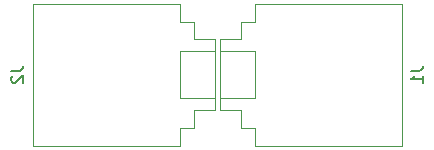
<source format=gbr>
%TF.GenerationSoftware,KiCad,Pcbnew,6.0.9-8da3e8f707~117~ubuntu20.04.1*%
%TF.CreationDate,2022-12-05T03:41:19+01:00*%
%TF.ProjectId,Europe-ergo,4575726f-7065-42d6-9572-676f2e6b6963,rev?*%
%TF.SameCoordinates,Original*%
%TF.FileFunction,Legend,Bot*%
%TF.FilePolarity,Positive*%
%FSLAX46Y46*%
G04 Gerber Fmt 4.6, Leading zero omitted, Abs format (unit mm)*
G04 Created by KiCad (PCBNEW 6.0.9-8da3e8f707~117~ubuntu20.04.1) date 2022-12-05 03:41:19*
%MOMM*%
%LPD*%
G01*
G04 APERTURE LIST*
%ADD10C,0.150000*%
%ADD11C,0.120000*%
%ADD12R,1.600000X1.600000*%
%ADD13O,1.600000X1.600000*%
%ADD14C,7.500000*%
%ADD15C,1.700000*%
%ADD16C,4.000000*%
%ADD17C,2.200000*%
%ADD18R,1.500000X1.500000*%
%ADD19O,1.500000X1.500000*%
%ADD20C,1.400000*%
%ADD21O,1.400000X1.400000*%
%ADD22R,1.800000X1.800000*%
%ADD23O,1.800000X1.800000*%
%ADD24O,1.700000X1.700000*%
%ADD25R,1.700000X1.700000*%
%ADD26C,1.200000*%
G04 APERTURE END LIST*
D10*
%TO.C,J1*%
X326906380Y-90166666D02*
X327620666Y-90166666D01*
X327763523Y-90119047D01*
X327858761Y-90023809D01*
X327906380Y-89880952D01*
X327906380Y-89785714D01*
X327906380Y-91166666D02*
X327906380Y-90595238D01*
X327906380Y-90880952D02*
X326906380Y-90880952D01*
X327049238Y-90785714D01*
X327144476Y-90690476D01*
X327192095Y-90595238D01*
%TO.C,J2*%
X293078380Y-90166666D02*
X293792666Y-90166666D01*
X293935523Y-90119047D01*
X294030761Y-90023809D01*
X294078380Y-89880952D01*
X294078380Y-89785714D01*
X293173619Y-90595238D02*
X293126000Y-90642857D01*
X293078380Y-90738095D01*
X293078380Y-90976190D01*
X293126000Y-91071428D01*
X293173619Y-91119047D01*
X293268857Y-91166666D01*
X293364095Y-91166666D01*
X293506952Y-91119047D01*
X294078380Y-90547619D01*
X294078380Y-91166666D01*
D11*
%TO.C,J1*%
X312540000Y-86000000D02*
X312540000Y-87500000D01*
X312540000Y-93500000D02*
X312540000Y-95000000D01*
X313740000Y-96500000D02*
X326184000Y-96500000D01*
X312540000Y-95000000D02*
X313740000Y-95000000D01*
X310740000Y-88500000D02*
X313740000Y-88500000D01*
X326184000Y-84500000D02*
X313740000Y-84500000D01*
X313740000Y-86000000D02*
X312540000Y-86000000D01*
X310740000Y-93500000D02*
X312540000Y-93500000D01*
X313740000Y-95000000D02*
X313740000Y-96500000D01*
X310740000Y-87500000D02*
X310740000Y-93500000D01*
X313740000Y-88500000D02*
X313740000Y-92500000D01*
X326184000Y-96500000D02*
X326184000Y-84500000D01*
X313740000Y-92500000D02*
X310740000Y-92500000D01*
X312540000Y-87500000D02*
X310740000Y-87500000D01*
X313740000Y-84500000D02*
X313740000Y-86000000D01*
%TO.C,J2*%
X310340000Y-92500000D02*
X307340000Y-92500000D01*
X308540000Y-86000000D02*
X307340000Y-86000000D01*
X310340000Y-87500000D02*
X308540000Y-87500000D01*
X307340000Y-84500000D02*
X294896000Y-84500000D01*
X294896000Y-84500000D02*
X294896000Y-96500000D01*
X308540000Y-87500000D02*
X308540000Y-86000000D01*
X307340000Y-86000000D02*
X307340000Y-84500000D01*
X310340000Y-93500000D02*
X310340000Y-87500000D01*
X307340000Y-92500000D02*
X307340000Y-88500000D01*
X307340000Y-95000000D02*
X308540000Y-95000000D01*
X307340000Y-88500000D02*
X310340000Y-88500000D01*
X294896000Y-96500000D02*
X307340000Y-96500000D01*
X307340000Y-96500000D02*
X307340000Y-95000000D01*
X308540000Y-93500000D02*
X310340000Y-93500000D01*
X308540000Y-95000000D02*
X308540000Y-93500000D01*
%TD*%
%LPC*%
D12*
%TO.C,D23*%
X431000000Y-181000000D03*
D13*
X438620000Y-181000000D03*
%TD*%
D12*
%TO.C,D91*%
X136000000Y-212000000D03*
D13*
X143620000Y-212000000D03*
%TD*%
D12*
%TO.C,D61*%
X267380000Y-216000000D03*
D13*
X275000000Y-216000000D03*
%TD*%
D14*
%TO.C,H15*%
X302750000Y-32600000D03*
%TD*%
D12*
%TO.C,D90*%
X165000000Y-88000000D03*
D13*
X172620000Y-88000000D03*
%TD*%
D12*
%TO.C,D79*%
X183380000Y-111000000D03*
D13*
X191000000Y-111000000D03*
%TD*%
D15*
%TO.C,SW43*%
X338900000Y-142780000D03*
D16*
X338900000Y-137700000D03*
D15*
X338900000Y-132620000D03*
D17*
X333820000Y-135160000D03*
X336360000Y-141510000D03*
%TD*%
D16*
%TO.C,SW89*%
X140000000Y-177900000D03*
D15*
X145080000Y-177900000D03*
X134920000Y-177900000D03*
D17*
X142540000Y-172820000D03*
X136190000Y-175360000D03*
%TD*%
D16*
%TO.C,SW3*%
X510380000Y-130540000D03*
D15*
X505300000Y-130540000D03*
X515460000Y-130540000D03*
D17*
X512920000Y-125460000D03*
X506570000Y-128000000D03*
%TD*%
D12*
%TO.C,D44*%
X350000000Y-215000000D03*
D13*
X357620000Y-215000000D03*
%TD*%
D12*
%TO.C,D47*%
X329000000Y-227000000D03*
D13*
X336620000Y-227000000D03*
%TD*%
D14*
%TO.C,H3*%
X526300000Y-32600000D03*
%TD*%
D18*
%TO.C,D51*%
X509180000Y-50440000D03*
D19*
X511720000Y-50440000D03*
%TD*%
D15*
%TO.C,SW21*%
X439360000Y-123540000D03*
D16*
X434280000Y-123540000D03*
D15*
X429200000Y-123540000D03*
D17*
X436820000Y-118460000D03*
X430470000Y-121000000D03*
%TD*%
D15*
%TO.C,SW28*%
X415360000Y-173440000D03*
D16*
X410280000Y-173440000D03*
D15*
X405200000Y-173440000D03*
D17*
X412820000Y-168360000D03*
X406470000Y-170900000D03*
%TD*%
D12*
%TO.C,D26*%
X407000000Y-136000000D03*
D13*
X414620000Y-136000000D03*
%TD*%
D12*
%TO.C,D95*%
X136000000Y-188000000D03*
D13*
X143620000Y-188000000D03*
%TD*%
D15*
%TO.C,SW80*%
X158720000Y-197100000D03*
X168880000Y-197100000D03*
D16*
X163800000Y-197100000D03*
D17*
X166340000Y-192020000D03*
X159990000Y-194560000D03*
%TD*%
D12*
%TO.C,D43*%
X336000000Y-148000000D03*
D13*
X343620000Y-148000000D03*
%TD*%
D15*
%TO.C,SW5*%
X505200000Y-154440000D03*
X515360000Y-154440000D03*
D16*
X510280000Y-154440000D03*
D17*
X512820000Y-149360000D03*
X506470000Y-151900000D03*
%TD*%
D20*
%TO.C,R10*%
X136920000Y-56000000D03*
D21*
X142000000Y-56000000D03*
%TD*%
D16*
%TO.C,SW9*%
X481880000Y-130640000D03*
D15*
X486960000Y-130640000D03*
X476800000Y-130640000D03*
D17*
X484420000Y-125560000D03*
X478070000Y-128100000D03*
%TD*%
D14*
%TO.C,H11*%
X92100000Y-255900000D03*
%TD*%
D15*
%TO.C,SW35*%
X382919405Y-211220009D03*
X374120586Y-216300009D03*
D16*
X378519995Y-213760009D03*
D17*
X378179700Y-208090600D03*
X373950439Y-213465305D03*
%TD*%
D16*
%TO.C,SW34*%
X386580000Y-175540000D03*
D15*
X381500000Y-175540000D03*
X391660000Y-175540000D03*
D17*
X389120000Y-170460000D03*
X382770000Y-173000000D03*
%TD*%
D14*
%TO.C,H9*%
X92200000Y-34100000D03*
%TD*%
D20*
%TO.C,R11*%
X298460000Y-82500000D03*
D21*
X303540000Y-82500000D03*
%TD*%
D16*
%TO.C,SW53*%
X282820000Y-137460000D03*
D15*
X282820000Y-132380000D03*
X282820000Y-142540000D03*
D17*
X277740000Y-134920000D03*
X280280000Y-141270000D03*
%TD*%
D12*
%TO.C,D93*%
X136000000Y-142000000D03*
D13*
X143620000Y-142000000D03*
%TD*%
D15*
%TO.C,SW11*%
X476500000Y-154340000D03*
D16*
X481580000Y-154340000D03*
D15*
X486660000Y-154340000D03*
D17*
X484120000Y-149260000D03*
X477770000Y-151800000D03*
%TD*%
D20*
%TO.C,R8*%
X171000000Y-56000000D03*
D21*
X165920000Y-56000000D03*
%TD*%
D12*
%TO.C,D88*%
X160190000Y-138000000D03*
D13*
X167810000Y-138000000D03*
%TD*%
D16*
%TO.C,SW7*%
X481780000Y-75740000D03*
D15*
X476700000Y-75740000D03*
X486860000Y-75740000D03*
D17*
X484320000Y-70660000D03*
X477970000Y-73200000D03*
%TD*%
D15*
%TO.C,SW58*%
X264080000Y-128000000D03*
X253920000Y-128000000D03*
D16*
X259000000Y-128000000D03*
D17*
X261540000Y-122920000D03*
X255190000Y-125460000D03*
%TD*%
D15*
%TO.C,SW76*%
X182520000Y-123200000D03*
D16*
X187600000Y-123200000D03*
D15*
X192680000Y-123200000D03*
D17*
X190140000Y-118120000D03*
X183790000Y-120660000D03*
%TD*%
D14*
%TO.C,H8*%
X422950000Y-257350000D03*
%TD*%
D12*
%TO.C,D35*%
X383380000Y-186000000D03*
D13*
X391000000Y-186000000D03*
%TD*%
D12*
%TO.C,D83*%
X184000000Y-205000000D03*
D13*
X191620000Y-205000000D03*
%TD*%
D12*
%TO.C,D66*%
X280000000Y-87000000D03*
D13*
X287620000Y-87000000D03*
%TD*%
D16*
%TO.C,SW20*%
X433980000Y-99740000D03*
D15*
X428900000Y-99740000D03*
X439060000Y-99740000D03*
D17*
X436520000Y-94660000D03*
X430170000Y-97200000D03*
%TD*%
D12*
%TO.C,D81*%
X184000000Y-159000000D03*
D13*
X191620000Y-159000000D03*
%TD*%
D15*
%TO.C,SW29*%
X415560000Y-149740000D03*
D16*
X410480000Y-149740000D03*
D15*
X405400000Y-149740000D03*
D17*
X413020000Y-144660000D03*
X406670000Y-147200000D03*
%TD*%
D16*
%TO.C,SW17*%
X458080000Y-149640000D03*
D15*
X463160000Y-149640000D03*
X453000000Y-149640000D03*
D17*
X460620000Y-144560000D03*
X454270000Y-147100000D03*
%TD*%
D12*
%TO.C,D86*%
X160000000Y-207000000D03*
D13*
X167620000Y-207000000D03*
%TD*%
D15*
%TO.C,SW74*%
X192580000Y-194800000D03*
X182420000Y-194800000D03*
D16*
X187500000Y-194800000D03*
D17*
X190040000Y-189720000D03*
X183690000Y-192260000D03*
%TD*%
D14*
%TO.C,H1*%
X526300000Y-257350000D03*
%TD*%
D15*
%TO.C,SW66*%
X259180000Y-75800000D03*
D16*
X254100000Y-75800000D03*
D15*
X249020000Y-75800000D03*
D17*
X256640000Y-70720000D03*
X250290000Y-73260000D03*
%TD*%
D12*
%TO.C,D40*%
X359000000Y-139000000D03*
D13*
X366620000Y-139000000D03*
%TD*%
D15*
%TO.C,SW85*%
X135220000Y-154200000D03*
D16*
X140300000Y-154200000D03*
D15*
X145380000Y-154200000D03*
D17*
X142840000Y-149120000D03*
X136490000Y-151660000D03*
%TD*%
D12*
%TO.C,D62*%
X256000000Y-140000000D03*
D13*
X263620000Y-140000000D03*
%TD*%
D16*
%TO.C,SW15*%
X457980000Y-128140000D03*
D15*
X452900000Y-128140000D03*
X463060000Y-128140000D03*
D17*
X460520000Y-123060000D03*
X454170000Y-125600000D03*
%TD*%
D12*
%TO.C,D92*%
X137000000Y-118000000D03*
D13*
X144620000Y-118000000D03*
%TD*%
D12*
%TO.C,D82*%
X184000000Y-181000000D03*
D13*
X191620000Y-181000000D03*
%TD*%
D20*
%TO.C,R1*%
X421920000Y-54000000D03*
D21*
X427000000Y-54000000D03*
%TD*%
D15*
%TO.C,SW6*%
X510560000Y-202240000D03*
D16*
X505480000Y-202240000D03*
D15*
X500400000Y-202240000D03*
D17*
X508020000Y-197160000D03*
X501670000Y-199700000D03*
%TD*%
D12*
%TO.C,D56*%
X286000000Y-226000000D03*
D13*
X293620000Y-226000000D03*
%TD*%
D12*
%TO.C,D73*%
X208000000Y-113000000D03*
D13*
X215620000Y-113000000D03*
%TD*%
D16*
%TO.C,SW27*%
X410480000Y-125740000D03*
D15*
X405400000Y-125740000D03*
X415560000Y-125740000D03*
D17*
X413020000Y-120660000D03*
X406670000Y-123200000D03*
%TD*%
D12*
%TO.C,D42*%
X335000000Y-115000000D03*
D13*
X342620000Y-115000000D03*
%TD*%
D15*
%TO.C,SW88*%
X144980000Y-130500000D03*
D16*
X139900000Y-130500000D03*
D15*
X134820000Y-130500000D03*
D17*
X142440000Y-125420000D03*
X136090000Y-127960000D03*
%TD*%
D16*
%TO.C,SW62*%
X235100000Y-104100000D03*
D15*
X240180000Y-104100000D03*
X230020000Y-104100000D03*
D17*
X237640000Y-99020000D03*
X231290000Y-101560000D03*
%TD*%
D15*
%TO.C,SW87*%
X134920000Y-106800000D03*
X145080000Y-106800000D03*
D16*
X140000000Y-106800000D03*
D17*
X142540000Y-101720000D03*
X136190000Y-104260000D03*
%TD*%
D15*
%TO.C,SW48*%
X393460000Y-53000000D03*
X398540000Y-53000000D03*
%TD*%
D12*
%TO.C,D98*%
X108000000Y-165000000D03*
D13*
X115620000Y-165000000D03*
%TD*%
D15*
%TO.C,SW4*%
X505500000Y-178140000D03*
X515660000Y-178140000D03*
D16*
X510580000Y-178140000D03*
D17*
X513120000Y-173060000D03*
X506770000Y-175600000D03*
%TD*%
D16*
%TO.C,SW93*%
X111400000Y-106600000D03*
D15*
X106320000Y-106600000D03*
X116480000Y-106600000D03*
D17*
X113940000Y-101520000D03*
X107590000Y-104060000D03*
%TD*%
D12*
%TO.C,D10*%
X478380000Y-165000000D03*
D13*
X486000000Y-165000000D03*
%TD*%
D16*
%TO.C,SW90*%
X139800000Y-75700000D03*
D15*
X134720000Y-75700000D03*
X144880000Y-75700000D03*
D17*
X142340000Y-70620000D03*
X135990000Y-73160000D03*
%TD*%
D12*
%TO.C,D70*%
X231380000Y-163000000D03*
D13*
X239000000Y-163000000D03*
%TD*%
D12*
%TO.C,D39*%
X359380000Y-186000000D03*
D13*
X367000000Y-186000000D03*
%TD*%
D15*
%TO.C,SW39*%
X357800000Y-128240000D03*
X367960000Y-128240000D03*
D16*
X362880000Y-128240000D03*
D17*
X365420000Y-123160000D03*
X359070000Y-125700000D03*
%TD*%
D12*
%TO.C,D69*%
X232000000Y-139000000D03*
D13*
X239620000Y-139000000D03*
%TD*%
D12*
%TO.C,D100*%
X108000000Y-118000000D03*
D13*
X115620000Y-118000000D03*
%TD*%
D12*
%TO.C,D99*%
X108000000Y-188000000D03*
D13*
X115620000Y-188000000D03*
%TD*%
D20*
%TO.C,R4*%
X486080000Y-54000000D03*
D21*
X481000000Y-54000000D03*
%TD*%
D12*
%TO.C,D80*%
X183810000Y-135000000D03*
D13*
X191430000Y-135000000D03*
%TD*%
D15*
%TO.C,SW31*%
X362300000Y-75740000D03*
X372460000Y-75740000D03*
D16*
X367380000Y-75740000D03*
D17*
X369920000Y-70660000D03*
X363570000Y-73200000D03*
%TD*%
D12*
%TO.C,D2*%
X507380000Y-117000000D03*
D13*
X515000000Y-117000000D03*
%TD*%
D15*
%TO.C,SW81*%
X169080000Y-102000000D03*
X158920000Y-102000000D03*
D16*
X164000000Y-102000000D03*
D17*
X166540000Y-96920000D03*
X160190000Y-99460000D03*
%TD*%
D14*
%TO.C,H5*%
X318450000Y-32650000D03*
%TD*%
D12*
%TO.C,D41*%
X358380000Y-162000000D03*
D13*
X366000000Y-162000000D03*
%TD*%
D12*
%TO.C,D34*%
X383380000Y-162000000D03*
D13*
X391000000Y-162000000D03*
%TD*%
D12*
%TO.C,D24*%
X430380000Y-205000000D03*
D13*
X438000000Y-205000000D03*
%TD*%
D16*
%TO.C,SW54*%
X283040000Y-170720000D03*
D15*
X283040000Y-165640000D03*
X283040000Y-175800000D03*
D17*
X277960000Y-168180000D03*
X280500000Y-174530000D03*
%TD*%
D12*
%TO.C,D58*%
X278380000Y-182000000D03*
D13*
X286000000Y-182000000D03*
%TD*%
D12*
%TO.C,D16*%
X455000000Y-184000000D03*
D13*
X462620000Y-184000000D03*
%TD*%
D15*
%TO.C,SW19*%
X429600000Y-75860000D03*
X419440000Y-75860000D03*
D16*
X424520000Y-75860000D03*
D17*
X427060000Y-70780000D03*
X420710000Y-73320000D03*
%TD*%
D12*
%TO.C,D27*%
X406380000Y-112000000D03*
D13*
X414000000Y-112000000D03*
%TD*%
D20*
%TO.C,R12*%
X107920000Y-56000000D03*
D21*
X113000000Y-56000000D03*
%TD*%
D15*
%TO.C,SW47*%
X332820586Y-240200009D03*
D16*
X337219995Y-237660009D03*
D15*
X341619405Y-235120009D03*
D17*
X336879700Y-231990600D03*
X332650439Y-237365305D03*
%TD*%
D18*
%TO.C,D49*%
X452064700Y-50440000D03*
D19*
X454604700Y-50440000D03*
%TD*%
D16*
%TO.C,SW18*%
X457780000Y-197340000D03*
D15*
X452700000Y-197340000D03*
X462860000Y-197340000D03*
D17*
X460320000Y-192260000D03*
X453970000Y-194800000D03*
%TD*%
D12*
%TO.C,D14*%
X454380000Y-115000000D03*
D13*
X462000000Y-115000000D03*
%TD*%
D15*
%TO.C,SW96*%
X116280000Y-75600000D03*
D16*
X111200000Y-75600000D03*
D15*
X106120000Y-75600000D03*
D17*
X113740000Y-70520000D03*
X107390000Y-73060000D03*
%TD*%
D14*
%TO.C,H4*%
X423000000Y-32650000D03*
%TD*%
D16*
%TO.C,SW67*%
X211200000Y-149500000D03*
D15*
X206120000Y-149500000D03*
X216280000Y-149500000D03*
D17*
X213740000Y-144420000D03*
X207390000Y-146960000D03*
%TD*%
D15*
%TO.C,SW41*%
X357500000Y-152040000D03*
D16*
X362580000Y-152040000D03*
D15*
X367660000Y-152040000D03*
D17*
X365120000Y-146960000D03*
X358770000Y-149500000D03*
%TD*%
D12*
%TO.C,D4*%
X507000000Y-165000000D03*
D13*
X514620000Y-165000000D03*
%TD*%
D15*
%TO.C,SW46*%
X341420586Y-207569409D03*
X350219405Y-202489409D03*
D16*
X345819995Y-205029409D03*
D17*
X345479700Y-199360000D03*
X341250439Y-204734705D03*
%TD*%
D16*
%TO.C,SW16*%
X458380000Y-173540000D03*
D15*
X463460000Y-173540000D03*
X453300000Y-173540000D03*
D17*
X460920000Y-168460000D03*
X454570000Y-171000000D03*
%TD*%
D12*
%TO.C,D63*%
X255000000Y-163000000D03*
D13*
X262620000Y-163000000D03*
%TD*%
D12*
%TO.C,D33*%
X383000000Y-138000000D03*
D13*
X390620000Y-138000000D03*
%TD*%
D15*
%TO.C,SW22*%
X429060000Y-170960000D03*
X439220000Y-170960000D03*
D16*
X434140000Y-170960000D03*
D17*
X436680000Y-165880000D03*
X430330000Y-168420000D03*
%TD*%
D16*
%TO.C,SW26*%
X410380000Y-102040000D03*
D15*
X405300000Y-102040000D03*
X415460000Y-102040000D03*
D17*
X412920000Y-96960000D03*
X406570000Y-99500000D03*
%TD*%
D12*
%TO.C,D25*%
X393000000Y-86000000D03*
D13*
X400620000Y-86000000D03*
%TD*%
D22*
%TO.C,D54*%
X138100000Y-51200000D03*
D23*
X140640000Y-51200000D03*
%TD*%
D15*
%TO.C,SW12*%
X476500000Y-202140000D03*
D16*
X481580000Y-202140000D03*
D15*
X486660000Y-202140000D03*
D17*
X484120000Y-197060000D03*
X477770000Y-199600000D03*
%TD*%
D15*
%TO.C,SW84*%
X163520000Y-75700000D03*
X173680000Y-75700000D03*
D16*
X168600000Y-75700000D03*
D17*
X171140000Y-70620000D03*
X164790000Y-73160000D03*
%TD*%
D12*
%TO.C,D5*%
X507000000Y-188000000D03*
D13*
X514620000Y-188000000D03*
%TD*%
D12*
%TO.C,D78*%
X221000000Y-87000000D03*
D13*
X228620000Y-87000000D03*
%TD*%
D12*
%TO.C,D96*%
X135380000Y-89000000D03*
D13*
X143000000Y-89000000D03*
%TD*%
D15*
%TO.C,SW60*%
X277720000Y-75700000D03*
D16*
X282800000Y-75700000D03*
D15*
X287880000Y-75700000D03*
D17*
X285340000Y-70620000D03*
X278990000Y-73160000D03*
%TD*%
D15*
%TO.C,SW56*%
X263980000Y-151900000D03*
D16*
X258900000Y-151900000D03*
D15*
X253820000Y-151900000D03*
D17*
X261440000Y-146820000D03*
X255090000Y-149360000D03*
%TD*%
D20*
%TO.C,R6*%
X509460000Y-54000000D03*
D21*
X514540000Y-54000000D03*
%TD*%
D12*
%TO.C,D65*%
X256000000Y-186000000D03*
D13*
X263620000Y-186000000D03*
%TD*%
D12*
%TO.C,D77*%
X208000000Y-137000000D03*
D13*
X215620000Y-137000000D03*
%TD*%
D15*
%TO.C,SW36*%
X381500000Y-151940000D03*
D16*
X386580000Y-151940000D03*
D15*
X391660000Y-151940000D03*
D17*
X389120000Y-146860000D03*
X382770000Y-149400000D03*
%TD*%
D20*
%TO.C,R3*%
X322620000Y-99500000D03*
D21*
X317540000Y-99500000D03*
%TD*%
D14*
%TO.C,H16*%
X301300000Y-255700000D03*
%TD*%
%TO.C,H13*%
X300900000Y-145900000D03*
%TD*%
D12*
%TO.C,D3*%
X507380000Y-140000000D03*
D13*
X515000000Y-140000000D03*
%TD*%
D12*
%TO.C,D72*%
X251000000Y-87000000D03*
D13*
X258620000Y-87000000D03*
%TD*%
D14*
%TO.C,H12*%
X92100000Y-146100000D03*
%TD*%
D12*
%TO.C,D18*%
X454000000Y-207000000D03*
D13*
X461620000Y-207000000D03*
%TD*%
D12*
%TO.C,D28*%
X407380000Y-160000000D03*
D13*
X415000000Y-160000000D03*
%TD*%
D14*
%TO.C,H2*%
X526250000Y-145950000D03*
%TD*%
D12*
%TO.C,D71*%
X231380000Y-186000000D03*
D13*
X239000000Y-186000000D03*
%TD*%
D15*
%TO.C,SW1*%
X515560000Y-75840000D03*
D16*
X510480000Y-75840000D03*
D15*
X505400000Y-75840000D03*
D17*
X513020000Y-70760000D03*
X506670000Y-73300000D03*
%TD*%
D12*
%TO.C,D8*%
X478380000Y-117000000D03*
D13*
X486000000Y-117000000D03*
%TD*%
D16*
%TO.C,SW73*%
X187500000Y-147100000D03*
D15*
X192580000Y-147100000D03*
X182420000Y-147100000D03*
D17*
X190040000Y-142020000D03*
X183690000Y-144560000D03*
%TD*%
D12*
%TO.C,D1*%
X507000000Y-86000000D03*
D13*
X514620000Y-86000000D03*
%TD*%
D12*
%TO.C,D22*%
X430380000Y-157000000D03*
D13*
X438000000Y-157000000D03*
%TD*%
D12*
%TO.C,D46*%
X337380000Y-195000000D03*
D13*
X345000000Y-195000000D03*
%TD*%
D18*
%TO.C,D48*%
X423364700Y-50340000D03*
D19*
X425904700Y-50340000D03*
%TD*%
D15*
%TO.C,SW51*%
X281739405Y-207660009D03*
D16*
X277339995Y-205120009D03*
D15*
X272940586Y-202580009D03*
D17*
X282079700Y-201990600D03*
X275310439Y-201015305D03*
%TD*%
D16*
%TO.C,SW71*%
X211400000Y-173400000D03*
D15*
X206320000Y-173400000D03*
X216480000Y-173400000D03*
D17*
X213940000Y-168320000D03*
X207590000Y-170860000D03*
%TD*%
D15*
%TO.C,SW91*%
X116480000Y-154300000D03*
X106320000Y-154300000D03*
D16*
X111400000Y-154300000D03*
D17*
X113940000Y-149220000D03*
X107590000Y-151760000D03*
%TD*%
D16*
%TO.C,SW69*%
X211500000Y-101900000D03*
D15*
X206420000Y-101900000D03*
X216580000Y-101900000D03*
D17*
X214040000Y-96820000D03*
X207690000Y-99360000D03*
%TD*%
D15*
%TO.C,SW86*%
X134720000Y-201900000D03*
D16*
X139800000Y-201900000D03*
D15*
X144880000Y-201900000D03*
D17*
X142340000Y-196820000D03*
X135990000Y-199360000D03*
%TD*%
D14*
%TO.C,H7*%
X320300000Y-255900000D03*
%TD*%
D12*
%TO.C,D11*%
X478000000Y-188000000D03*
D13*
X485620000Y-188000000D03*
%TD*%
D12*
%TO.C,D89*%
X160000000Y-183000000D03*
D13*
X167620000Y-183000000D03*
%TD*%
D15*
%TO.C,SW32*%
X381400000Y-104440000D03*
D16*
X386480000Y-104440000D03*
D15*
X391560000Y-104440000D03*
D17*
X389020000Y-99360000D03*
X382670000Y-101900000D03*
%TD*%
D22*
%TO.C,D55*%
X109900000Y-50700000D03*
D23*
X112440000Y-50700000D03*
%TD*%
D20*
%TO.C,R2*%
X456000000Y-54000000D03*
D21*
X450920000Y-54000000D03*
%TD*%
D12*
%TO.C,D67*%
X246380000Y-203000000D03*
D13*
X254000000Y-203000000D03*
%TD*%
D20*
%TO.C,R7*%
X199000000Y-56000000D03*
D21*
X193920000Y-56000000D03*
%TD*%
D12*
%TO.C,D21*%
X431380000Y-134000000D03*
D13*
X439000000Y-134000000D03*
%TD*%
D20*
%TO.C,R9*%
X298540000Y-99500000D03*
D21*
X303620000Y-99500000D03*
%TD*%
D16*
%TO.C,SW2*%
X510380000Y-106740000D03*
D15*
X505300000Y-106740000D03*
X515460000Y-106740000D03*
D17*
X512920000Y-101660000D03*
X506570000Y-104200000D03*
%TD*%
D15*
%TO.C,SW10*%
X476600000Y-178040000D03*
X486760000Y-178040000D03*
D16*
X481680000Y-178040000D03*
D17*
X484220000Y-172960000D03*
X477870000Y-175500000D03*
%TD*%
D12*
%TO.C,D97*%
X112000000Y-212000000D03*
D13*
X119620000Y-212000000D03*
%TD*%
D15*
%TO.C,SW77*%
X182420000Y-170800000D03*
D16*
X187500000Y-170800000D03*
D15*
X192580000Y-170800000D03*
D17*
X190040000Y-165720000D03*
X183690000Y-168260000D03*
%TD*%
D15*
%TO.C,SW95*%
X116380000Y-178100000D03*
X106220000Y-178100000D03*
D16*
X111300000Y-178100000D03*
D17*
X113840000Y-173020000D03*
X107490000Y-175560000D03*
%TD*%
D20*
%TO.C,R5*%
X321540000Y-82500000D03*
D21*
X316460000Y-82500000D03*
%TD*%
D15*
%TO.C,SW45*%
X362319405Y-223220009D03*
D16*
X357919995Y-225760009D03*
D15*
X353520586Y-228300009D03*
D17*
X357579700Y-220090600D03*
X353350439Y-225465305D03*
%TD*%
D15*
%TO.C,SW30*%
X405300000Y-197240000D03*
X415460000Y-197240000D03*
D16*
X410380000Y-197240000D03*
D17*
X412920000Y-192160000D03*
X406570000Y-194700000D03*
%TD*%
D19*
%TO.C,U2*%
X300970000Y-55150000D03*
D23*
X304000000Y-55450000D03*
X304000000Y-50000000D03*
D19*
X300970000Y-50300000D03*
D24*
X304130000Y-43835000D03*
X301590000Y-43835000D03*
D25*
X299050000Y-43835000D03*
D24*
X296510000Y-43835000D03*
X293970000Y-43835000D03*
X291430000Y-43835000D03*
X288890000Y-43835000D03*
D25*
X286350000Y-43835000D03*
D24*
X283810000Y-43835000D03*
X281270000Y-43835000D03*
X278730000Y-43835000D03*
X276190000Y-43835000D03*
D25*
X273650000Y-43835000D03*
D24*
X271110000Y-43835000D03*
X268570000Y-43835000D03*
X266030000Y-43835000D03*
X263490000Y-43835000D03*
D25*
X260950000Y-43835000D03*
D24*
X258410000Y-43835000D03*
X255870000Y-43835000D03*
X255870000Y-61615000D03*
X258410000Y-61615000D03*
D25*
X260950000Y-61615000D03*
D24*
X263490000Y-61615000D03*
X266030000Y-61615000D03*
X268570000Y-61615000D03*
X271110000Y-61615000D03*
D25*
X273650000Y-61615000D03*
D24*
X276190000Y-61615000D03*
X278730000Y-61615000D03*
X281270000Y-61615000D03*
X283810000Y-61615000D03*
D25*
X286350000Y-61615000D03*
D24*
X288890000Y-61615000D03*
X291430000Y-61615000D03*
X293970000Y-61615000D03*
X296510000Y-61615000D03*
D25*
X299050000Y-61615000D03*
D24*
X301590000Y-61615000D03*
X304130000Y-61615000D03*
X256100000Y-50185000D03*
D25*
X256100000Y-52725000D03*
D24*
X256100000Y-55265000D03*
%TD*%
D15*
%TO.C,SW55*%
X269939405Y-228260009D03*
X261140586Y-223180009D03*
D16*
X265539995Y-225720009D03*
D17*
X270279700Y-222590600D03*
X263510439Y-221615305D03*
%TD*%
D12*
%TO.C,D75*%
X208000000Y-183000000D03*
D13*
X215620000Y-183000000D03*
%TD*%
D16*
%TO.C,SW78*%
X197200000Y-75600000D03*
D15*
X202280000Y-75600000D03*
X192120000Y-75600000D03*
D17*
X199740000Y-70520000D03*
X193390000Y-73060000D03*
%TD*%
D15*
%TO.C,SW70*%
X206320000Y-125700000D03*
D16*
X211400000Y-125700000D03*
D15*
X216480000Y-125700000D03*
D17*
X213940000Y-120620000D03*
X207590000Y-123160000D03*
%TD*%
D23*
%TO.C,U1*%
X317000000Y-50000000D03*
D19*
X320030000Y-50300000D03*
D23*
X317000000Y-55450000D03*
D19*
X320030000Y-55150000D03*
D24*
X316870000Y-61615000D03*
X319410000Y-61615000D03*
D25*
X321950000Y-61615000D03*
D24*
X324490000Y-61615000D03*
X327030000Y-61615000D03*
X329570000Y-61615000D03*
X332110000Y-61615000D03*
D25*
X334650000Y-61615000D03*
D24*
X337190000Y-61615000D03*
X339730000Y-61615000D03*
X342270000Y-61615000D03*
X344810000Y-61615000D03*
D25*
X347350000Y-61615000D03*
D24*
X349890000Y-61615000D03*
X352430000Y-61615000D03*
X354970000Y-61615000D03*
X357510000Y-61615000D03*
D25*
X360050000Y-61615000D03*
D24*
X362590000Y-61615000D03*
X365130000Y-61615000D03*
X365130000Y-43835000D03*
X362590000Y-43835000D03*
D25*
X360050000Y-43835000D03*
D24*
X357510000Y-43835000D03*
X354970000Y-43835000D03*
X352430000Y-43835000D03*
X349890000Y-43835000D03*
D25*
X347350000Y-43835000D03*
D24*
X344810000Y-43835000D03*
X342270000Y-43835000D03*
X339730000Y-43835000D03*
X337190000Y-43835000D03*
D25*
X334650000Y-43835000D03*
D24*
X332110000Y-43835000D03*
X329570000Y-43835000D03*
X327030000Y-43835000D03*
X324490000Y-43835000D03*
D25*
X321950000Y-43835000D03*
D24*
X319410000Y-43835000D03*
X316870000Y-43835000D03*
X364900000Y-55265000D03*
D25*
X364900000Y-52725000D03*
D24*
X364900000Y-50185000D03*
%TD*%
D15*
%TO.C,SW94*%
X116680000Y-130500000D03*
X106520000Y-130500000D03*
D16*
X111600000Y-130500000D03*
D17*
X114140000Y-125420000D03*
X107790000Y-127960000D03*
%TD*%
D15*
%TO.C,SW79*%
X168980000Y-149500000D03*
D16*
X163900000Y-149500000D03*
D15*
X158820000Y-149500000D03*
D17*
X166440000Y-144420000D03*
X160090000Y-146960000D03*
%TD*%
D15*
%TO.C,SW72*%
X230980000Y-75500000D03*
X220820000Y-75500000D03*
D16*
X225900000Y-75500000D03*
D17*
X228440000Y-70420000D03*
X222090000Y-72960000D03*
%TD*%
D12*
%TO.C,D19*%
X420380000Y-86000000D03*
D13*
X428000000Y-86000000D03*
%TD*%
D12*
%TO.C,D74*%
X207380000Y-161000000D03*
D13*
X215000000Y-161000000D03*
%TD*%
D15*
%TO.C,SW13*%
X448100000Y-75940000D03*
D16*
X453180000Y-75940000D03*
D15*
X458260000Y-75940000D03*
D17*
X455720000Y-70860000D03*
X449370000Y-73400000D03*
%TD*%
D12*
%TO.C,D36*%
X369380000Y-204000000D03*
D13*
X377000000Y-204000000D03*
%TD*%
D12*
%TO.C,D59*%
X278380000Y-148000000D03*
D13*
X286000000Y-148000000D03*
%TD*%
D14*
%TO.C,H14*%
X197500000Y-255900000D03*
%TD*%
D15*
%TO.C,SW8*%
X476600000Y-106840000D03*
D16*
X481680000Y-106840000D03*
D15*
X486760000Y-106840000D03*
D17*
X484220000Y-101760000D03*
X477870000Y-104300000D03*
%TD*%
D12*
%TO.C,D32*%
X383380000Y-115000000D03*
D13*
X391000000Y-115000000D03*
%TD*%
D14*
%TO.C,H6*%
X320000000Y-146000000D03*
%TD*%
D12*
%TO.C,D9*%
X478380000Y-141000000D03*
D13*
X486000000Y-141000000D03*
%TD*%
D15*
%TO.C,SW33*%
X381400000Y-128140000D03*
X391560000Y-128140000D03*
D16*
X386480000Y-128140000D03*
D17*
X389020000Y-123060000D03*
X382670000Y-125600000D03*
%TD*%
D12*
%TO.C,D101*%
X106380000Y-142000000D03*
D13*
X114000000Y-142000000D03*
%TD*%
D12*
%TO.C,D76*%
X208000000Y-207000000D03*
D13*
X215620000Y-207000000D03*
%TD*%
D12*
%TO.C,D84*%
X194000000Y-87000000D03*
D13*
X201620000Y-87000000D03*
%TD*%
D15*
%TO.C,SW68*%
X206420000Y-197200000D03*
X216580000Y-197200000D03*
D16*
X211500000Y-197200000D03*
D17*
X214040000Y-192120000D03*
X207690000Y-194660000D03*
%TD*%
D12*
%TO.C,D37*%
X335000000Y-86000000D03*
D13*
X342620000Y-86000000D03*
%TD*%
D15*
%TO.C,SW49*%
X229000000Y-53000000D03*
X223920000Y-53000000D03*
%TD*%
D12*
%TO.C,D38*%
X359380000Y-115000000D03*
D13*
X367000000Y-115000000D03*
%TD*%
D22*
%TO.C,D52*%
X195200000Y-51200000D03*
D23*
X197740000Y-51200000D03*
%TD*%
D15*
%TO.C,SW37*%
X343660000Y-75840000D03*
X333500000Y-75840000D03*
D16*
X338580000Y-75840000D03*
D17*
X341120000Y-70760000D03*
X334770000Y-73300000D03*
%TD*%
D12*
%TO.C,D60*%
X280000000Y-116000000D03*
D13*
X287620000Y-116000000D03*
%TD*%
D12*
%TO.C,D31*%
X364000000Y-86000000D03*
D13*
X371620000Y-86000000D03*
%TD*%
D16*
%TO.C,SW25*%
X395980000Y-75840000D03*
D15*
X390900000Y-75840000D03*
X401060000Y-75840000D03*
D17*
X398520000Y-70760000D03*
X392170000Y-73300000D03*
%TD*%
D12*
%TO.C,D85*%
X160380000Y-161000000D03*
D13*
X168000000Y-161000000D03*
%TD*%
D12*
%TO.C,D12*%
X478000000Y-213000000D03*
D13*
X485620000Y-213000000D03*
%TD*%
D15*
%TO.C,SW64*%
X229920000Y-175700000D03*
D16*
X235000000Y-175700000D03*
D15*
X240080000Y-175700000D03*
D17*
X237540000Y-170620000D03*
X231190000Y-173160000D03*
%TD*%
D15*
%TO.C,SW38*%
X357600000Y-104240000D03*
X367760000Y-104240000D03*
D16*
X362680000Y-104240000D03*
D17*
X365220000Y-99160000D03*
X358870000Y-101700000D03*
%TD*%
D15*
%TO.C,SW52*%
X287880000Y-104200000D03*
X277720000Y-104200000D03*
D16*
X282800000Y-104200000D03*
D17*
X285340000Y-99120000D03*
X278990000Y-101660000D03*
%TD*%
D12*
%TO.C,D17*%
X454380000Y-160000000D03*
D13*
X462000000Y-160000000D03*
%TD*%
D12*
%TO.C,D45*%
X336000000Y-181000000D03*
D13*
X343620000Y-181000000D03*
%TD*%
D15*
%TO.C,SW63*%
X230220000Y-128000000D03*
D16*
X235300000Y-128000000D03*
D15*
X240380000Y-128000000D03*
D17*
X237840000Y-122920000D03*
X231490000Y-125460000D03*
%TD*%
D15*
%TO.C,SW82*%
X158620000Y-125800000D03*
X168780000Y-125800000D03*
D16*
X163700000Y-125800000D03*
D17*
X166240000Y-120720000D03*
X159890000Y-123260000D03*
%TD*%
D16*
%TO.C,SW92*%
X116100000Y-202000000D03*
D15*
X121180000Y-202000000D03*
X111020000Y-202000000D03*
D17*
X118640000Y-196920000D03*
X112290000Y-199460000D03*
%TD*%
D14*
%TO.C,H10*%
X197600000Y-34100000D03*
%TD*%
D12*
%TO.C,D87*%
X161000000Y-113000000D03*
D13*
X168620000Y-113000000D03*
%TD*%
D12*
%TO.C,D94*%
X137000000Y-165000000D03*
D13*
X144620000Y-165000000D03*
%TD*%
D16*
%TO.C,SW75*%
X187600000Y-99400000D03*
D15*
X192680000Y-99400000D03*
X182520000Y-99400000D03*
D17*
X190140000Y-94320000D03*
X183790000Y-96860000D03*
%TD*%
D12*
%TO.C,D30*%
X407000000Y-207000000D03*
D13*
X414620000Y-207000000D03*
%TD*%
D16*
%TO.C,SW50*%
X286139995Y-237820009D03*
D15*
X281740586Y-235280009D03*
X290539405Y-240360009D03*
D17*
X290879700Y-234690600D03*
X284110439Y-233715305D03*
%TD*%
D12*
%TO.C,D6*%
X502380000Y-212000000D03*
D13*
X510000000Y-212000000D03*
%TD*%
D15*
%TO.C,SW65*%
X240440586Y-211380009D03*
D16*
X244839995Y-213920009D03*
D15*
X249239405Y-216460009D03*
D17*
X249579700Y-210790600D03*
X242810439Y-209815305D03*
%TD*%
D15*
%TO.C,SW57*%
X264180000Y-104200000D03*
X254020000Y-104200000D03*
D16*
X259100000Y-104200000D03*
D17*
X261640000Y-99120000D03*
X255290000Y-101660000D03*
%TD*%
D16*
%TO.C,SW44*%
X339000000Y-171000000D03*
D15*
X339000000Y-176080000D03*
X339000000Y-165920000D03*
D17*
X333920000Y-168460000D03*
X336460000Y-174810000D03*
%TD*%
D15*
%TO.C,SW61*%
X240180000Y-151800000D03*
X230020000Y-151800000D03*
D16*
X235100000Y-151800000D03*
D17*
X237640000Y-146720000D03*
X231290000Y-149260000D03*
%TD*%
D15*
%TO.C,SW59*%
X264180000Y-175700000D03*
X254020000Y-175700000D03*
D16*
X259100000Y-175700000D03*
D17*
X261640000Y-170620000D03*
X255290000Y-173160000D03*
%TD*%
D12*
%TO.C,D15*%
X455000000Y-138000000D03*
D13*
X462620000Y-138000000D03*
%TD*%
D12*
%TO.C,D13*%
X449380000Y-86000000D03*
D13*
X457000000Y-86000000D03*
%TD*%
D16*
%TO.C,SW40*%
X362780000Y-175740000D03*
D15*
X367860000Y-175740000D03*
X357700000Y-175740000D03*
D17*
X365320000Y-170660000D03*
X358970000Y-173200000D03*
%TD*%
D12*
%TO.C,D20*%
X430380000Y-110000000D03*
D13*
X438000000Y-110000000D03*
%TD*%
D12*
%TO.C,D64*%
X255380000Y-115000000D03*
D13*
X263000000Y-115000000D03*
%TD*%
D15*
%TO.C,SW24*%
X429200000Y-194640000D03*
X439360000Y-194640000D03*
D16*
X434280000Y-194640000D03*
D17*
X436820000Y-189560000D03*
X430470000Y-192100000D03*
%TD*%
D12*
%TO.C,D102*%
X108000000Y-89000000D03*
D13*
X115620000Y-89000000D03*
%TD*%
D12*
%TO.C,D68*%
X232000000Y-114000000D03*
D13*
X239620000Y-114000000D03*
%TD*%
D15*
%TO.C,SW83*%
X168780000Y-173300000D03*
X158620000Y-173300000D03*
D16*
X163700000Y-173300000D03*
D17*
X166240000Y-168220000D03*
X159890000Y-170760000D03*
%TD*%
D12*
%TO.C,D7*%
X478380000Y-86000000D03*
D13*
X486000000Y-86000000D03*
%TD*%
D12*
%TO.C,D57*%
X278000000Y-193000000D03*
D13*
X285620000Y-193000000D03*
%TD*%
D22*
%TO.C,D53*%
X167400000Y-51000000D03*
D23*
X169940000Y-51000000D03*
%TD*%
D15*
%TO.C,SW14*%
X463160000Y-104340000D03*
X453000000Y-104340000D03*
D16*
X458080000Y-104340000D03*
D17*
X460620000Y-99260000D03*
X454270000Y-101800000D03*
%TD*%
D18*
%TO.C,D50*%
X481564700Y-50240000D03*
D19*
X484104700Y-50240000D03*
%TD*%
D12*
%TO.C,D29*%
X407000000Y-183000000D03*
D13*
X414620000Y-183000000D03*
%TD*%
D15*
%TO.C,SW23*%
X429100000Y-147340000D03*
D16*
X434180000Y-147340000D03*
D15*
X439260000Y-147340000D03*
D17*
X436720000Y-142260000D03*
X430370000Y-144800000D03*
%TD*%
D16*
%TO.C,SW42*%
X338780000Y-104340000D03*
D15*
X333700000Y-104340000D03*
X343860000Y-104340000D03*
D17*
X341320000Y-99260000D03*
X334970000Y-101800000D03*
%TD*%
D26*
%TO.C,J1*%
X317040000Y-95000000D03*
X322040000Y-86900000D03*
X325140000Y-92100000D03*
X317040000Y-86000000D03*
X325140000Y-88900000D03*
%TD*%
%TO.C,J2*%
X304040000Y-86000000D03*
X299040000Y-94100000D03*
X295940000Y-88900000D03*
X304040000Y-95000000D03*
X295940000Y-92100000D03*
%TD*%
M02*

</source>
